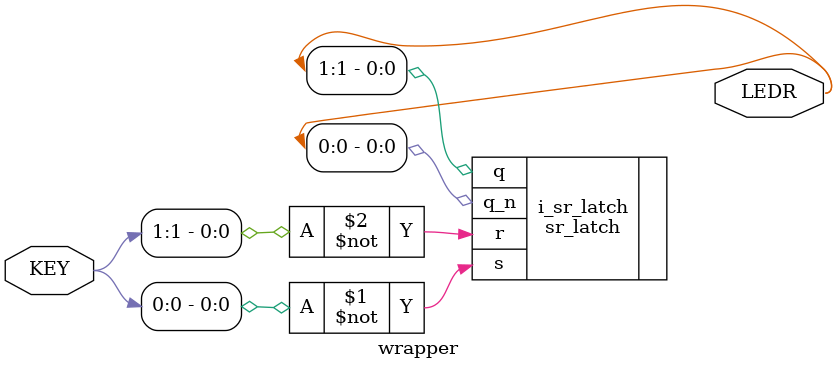
<source format=v>
module wrapper
(
    input  [ 1:0] KEY,
    output [ 9:0] LEDR
);

    sr_latch i_sr_latch
    (
        .s   ( ~ KEY  [0] ),
        .r   ( ~ KEY  [1] ),
        .q   (   LEDR [1] ),
        .q_n (   LEDR [0] )
    );

endmodule

</source>
